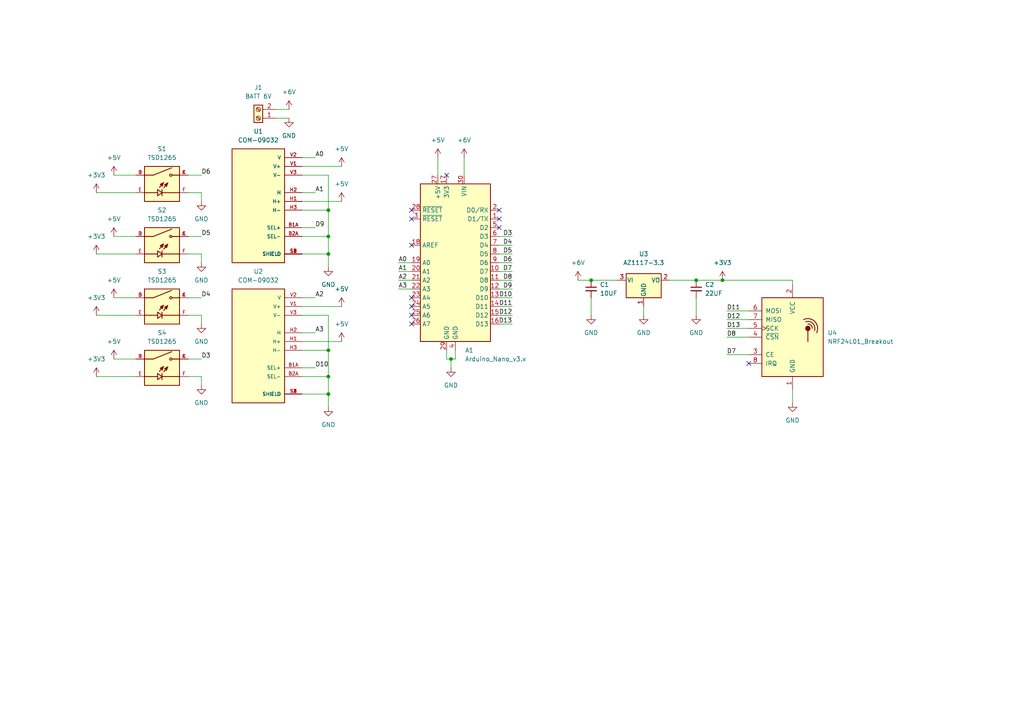
<source format=kicad_sch>
(kicad_sch (version 20211123) (generator eeschema)
  (paper "A4")
  (lib_symbols
    (symbol "COM-09032:COM-09032" (pin_names (offset 1.016))
      (property "Reference" "U" (at -7.62 16.002 0))
      (property "Value" "COM-09032" (at -7.62 -20.32 0))
      (symbol "COM-09032_0_0"
        (rectangle (start -7.62 -17.78) (end 7.62 15.24) (stroke (width 0.254)) (fill (type background)))
        (pin passive line (at -12.7 -7.62 0) (length 5.08) (name "SEL+") (number "B1A"))
        (pin passive line (at -12.7 -10.16 0) (length 5.08) (name "SEL-") (number "B2A"))
        (pin passive line (at -12.7 0 0) (length 5.08) (name "H+") (number "H1"))
        (pin passive line (at -12.7 2.54 0) (length 5.08) (name "H") (number "H2"))
        (pin passive line (at -12.7 -2.54 0) (length 5.08) (name "H-") (number "H3"))
        (pin passive line (at -12.7 -15.24 0) (length 5.08) (name "SHIELD") (number "S1"))
        (pin passive line (at -12.7 -15.24 0) (length 5.08) (name "SHIELD") (number "S2"))
        (pin passive line (at -12.7 -15.24 0) (length 5.08) (name "SHIELD") (number "S3"))
        (pin passive line (at -12.7 -15.24 0) (length 5.08) (name "SHIELD") (number "S4"))
        (pin passive line (at -12.7 10.16 0) (length 5.08) (name "V+") (number "V1"))
        (pin passive line (at -12.7 12.7 0) (length 5.08) (name "V") (number "V2"))
        (pin passive line (at -12.7 7.62 0) (length 5.08) (name "V-") (number "V3"))
      )
    )
    (symbol "Connector:Screw_Terminal_01x02" (pin_names (offset 1.016) hide)
      (property "Reference" "J" (at 0 2.54 0))
      (property "Value" "Screw_Terminal_01x02" (at 0 -5.08 0))
      (symbol "Screw_Terminal_01x02_1_1"
        (rectangle (start -1.27 1.27) (end 1.27 -3.81) (stroke (width 0.254)) (fill (type background)))
        (circle (center 0 -2.54) (radius 0.635) (stroke (width 0.1524)))
        (polyline (pts (xy -0.5334 -2.2098) (xy 0.3302 -3.048)) (stroke (width 0.1524)))
        (polyline (pts (xy -0.5334 0.3302) (xy 0.3302 -0.508)) (stroke (width 0.1524)))
        (polyline (pts (xy -0.3556 -2.032) (xy 0.508 -2.8702)) (stroke (width 0.1524)))
        (polyline (pts (xy -0.3556 0.508) (xy 0.508 -0.3302)) (stroke (width 0.1524)))
        (circle (center 0 0) (radius 0.635) (stroke (width 0.1524)))
        (pin passive line (at -5.08 0 0) (length 3.81) (name "Pin_1") (number "1"))
        (pin passive line (at -5.08 -2.54 0) (length 3.81) (name "Pin_2") (number "2"))
      )
    )
    (symbol "Device:C_Small" (pin_numbers hide) (pin_names (offset 0.254) hide)
      (property "Reference" "C" (at 0.254 1.778 0))
      (property "Value" "C_Small" (at 0.254 -2.032 0))
      (symbol "C_Small_0_1"
        (polyline (pts (xy -1.524 -0.508) (xy 1.524 -0.508)) (stroke (width 0.3302)))
        (polyline (pts (xy -1.524 0.508) (xy 1.524 0.508)) (stroke (width 0.3048)))
      )
      (symbol "C_Small_1_1"
        (pin passive line (at 0 2.54 270) (length 2.032) (name "~") (number "1"))
        (pin passive line (at 0 -2.54 90) (length 2.032) (name "~") (number "2"))
      )
    )
    (symbol "MCU_Module:Arduino_Nano_v3.x"
      (property "Reference" "A" (at -10.16 23.495 0))
      (property "Value" "Arduino_Nano_v3.x" (at 5.08 -24.13 0))
      (symbol "Arduino_Nano_v3.x_0_1"
        (rectangle (start -10.16 22.86) (end 10.16 -22.86) (stroke (width 0.254)) (fill (type background)))
      )
      (symbol "Arduino_Nano_v3.x_1_1"
        (pin bidirectional line (at -12.7 12.7 0) (length 2.54) (name "D1/TX") (number "1"))
        (pin bidirectional line (at -12.7 -2.54 0) (length 2.54) (name "D7") (number "10"))
        (pin bidirectional line (at -12.7 -5.08 0) (length 2.54) (name "D8") (number "11"))
        (pin bidirectional line (at -12.7 -7.62 0) (length 2.54) (name "D9") (number "12"))
        (pin bidirectional line (at -12.7 -10.16 0) (length 2.54) (name "D10") (number "13"))
        (pin bidirectional line (at -12.7 -12.7 0) (length 2.54) (name "D11") (number "14"))
        (pin bidirectional line (at -12.7 -15.24 0) (length 2.54) (name "D12") (number "15"))
        (pin bidirectional line (at -12.7 -17.78 0) (length 2.54) (name "D13") (number "16"))
        (pin power_out line (at 2.54 25.4 270) (length 2.54) (name "3V3") (number "17"))
        (pin input line (at 12.7 5.08 180) (length 2.54) (name "AREF") (number "18"))
        (pin bidirectional line (at 12.7 0 180) (length 2.54) (name "A0") (number "19"))
        (pin bidirectional line (at -12.7 15.24 0) (length 2.54) (name "D0/RX") (number "2"))
        (pin bidirectional line (at 12.7 -2.54 180) (length 2.54) (name "A1") (number "20"))
        (pin bidirectional line (at 12.7 -5.08 180) (length 2.54) (name "A2") (number "21"))
        (pin bidirectional line (at 12.7 -7.62 180) (length 2.54) (name "A3") (number "22"))
        (pin bidirectional line (at 12.7 -10.16 180) (length 2.54) (name "A4") (number "23"))
        (pin bidirectional line (at 12.7 -12.7 180) (length 2.54) (name "A5") (number "24"))
        (pin bidirectional line (at 12.7 -15.24 180) (length 2.54) (name "A6") (number "25"))
        (pin bidirectional line (at 12.7 -17.78 180) (length 2.54) (name "A7") (number "26"))
        (pin power_out line (at 5.08 25.4 270) (length 2.54) (name "+5V") (number "27"))
        (pin input line (at 12.7 15.24 180) (length 2.54) (name "~{RESET}") (number "28"))
        (pin power_in line (at 2.54 -25.4 90) (length 2.54) (name "GND") (number "29"))
        (pin input line (at 12.7 12.7 180) (length 2.54) (name "~{RESET}") (number "3"))
        (pin power_in line (at -2.54 25.4 270) (length 2.54) (name "VIN") (number "30"))
        (pin power_in line (at 0 -25.4 90) (length 2.54) (name "GND") (number "4"))
        (pin bidirectional line (at -12.7 10.16 0) (length 2.54) (name "D2") (number "5"))
        (pin bidirectional line (at -12.7 7.62 0) (length 2.54) (name "D3") (number "6"))
        (pin bidirectional line (at -12.7 5.08 0) (length 2.54) (name "D4") (number "7"))
        (pin bidirectional line (at -12.7 2.54 0) (length 2.54) (name "D5") (number "8"))
        (pin bidirectional line (at -12.7 0 0) (length 2.54) (name "D6") (number "9"))
      )
    )
    (symbol "RF:NRF24L01_Breakout" (pin_names (offset 1.016))
      (property "Reference" "U" (at -8.89 12.7 0))
      (property "Value" "NRF24L01_Breakout" (at 3.81 12.7 0))
      (symbol "NRF24L01_Breakout_0_1"
        (rectangle (start -8.89 11.43) (end 8.89 -11.43) (stroke (width 0.254)) (fill (type background)))
        (polyline (pts (xy 4.445 1.905) (xy 4.445 -1.27)) (stroke (width 0.254)))
        (circle (center 4.445 2.54) (radius 0.635) (stroke (width 0.254)) (fill (type outline)))
        (arc (start 5.715 2.54) (mid 5.3521 3.4546) (end 4.445 3.81) (stroke (width 0.254)))
        (arc (start 6.35 1.905) (mid 5.8763 3.9854) (end 3.81 4.445) (stroke (width 0.254)))
        (arc (start 6.985 1.27) (mid 6.453 4.548) (end 3.175 5.08) (stroke (width 0.254)))
      )
      (symbol "NRF24L01_Breakout_1_1"
        (pin power_in line (at 0 -15.24 90) (length 3.81) (name "GND") (number "1"))
        (pin power_in line (at 0 15.24 270) (length 3.81) (name "VCC") (number "2"))
        (pin input line (at -12.7 -5.08 0) (length 3.81) (name "CE") (number "3"))
        (pin input line (at -12.7 0 0) (length 3.81) (name "~{CSN}") (number "4"))
        (pin input clock (at -12.7 2.54 0) (length 3.81) (name "SCK") (number "5"))
        (pin input line (at -12.7 7.62 0) (length 3.81) (name "MOSI") (number "6"))
        (pin output line (at -12.7 5.08 0) (length 3.81) (name "MISO") (number "7"))
        (pin output line (at -12.7 -7.62 0) (length 3.81) (name "IRQ") (number "8"))
      )
    )
    (symbol "Regulator_Linear:AZ1117-3.3" (pin_names (offset 0.254))
      (property "Reference" "U" (at -3.81 3.175 0))
      (property "Value" "AZ1117-3.3" (at 0 3.175 0))
      (symbol "AZ1117-3.3_0_1"
        (rectangle (start -5.08 1.905) (end 5.08 -5.08) (stroke (width 0.254)) (fill (type background)))
      )
      (symbol "AZ1117-3.3_1_1"
        (pin power_in line (at 0 -7.62 90) (length 2.54) (name "GND") (number "1"))
        (pin power_out line (at 7.62 0 180) (length 2.54) (name "VO") (number "2"))
        (pin power_in line (at -7.62 0 0) (length 2.54) (name "VI") (number "3"))
      )
    )
    (symbol "TSD1265:TSD1265" (pin_names (offset 1.016))
      (property "Reference" "S" (at -5.08 6.35 0))
      (property "Value" "TSD1265" (at -5.08 -7.62 0))
      (symbol "TSD1265_0_0"
        (rectangle (start -5.08 -5.08) (end 5.08 5.08) (stroke (width 0.254)) (fill (type background)))
        (polyline (pts (xy -2.54 2.54) (xy -5.08 2.54)) (stroke (width 0.254)))
        (polyline (pts (xy -2.54 2.54) (xy 2.794 4.6736)) (stroke (width 0.254)))
        (polyline (pts (xy -1.27 -3.429) (xy 0 -2.54)) (stroke (width 0.254)))
        (polyline (pts (xy -1.27 -2.54) (xy -5.08 -2.54)) (stroke (width 0.254)))
        (polyline (pts (xy -1.27 -2.54) (xy -1.27 -3.429)) (stroke (width 0.254)))
        (polyline (pts (xy -1.27 -1.651) (xy -1.27 -2.54)) (stroke (width 0.254)))
        (polyline (pts (xy -0.4826 -0.127) (xy 0.4064 0.3556)) (stroke (width 0.254)))
        (polyline (pts (xy -0.3048 -0.2032) (xy -0.0762 -0.0508)) (stroke (width 0.254)))
        (polyline (pts (xy 0 -2.54) (xy -1.27 -1.651)) (stroke (width 0.254)))
        (polyline (pts (xy 0 -2.54) (xy 0 -3.429)) (stroke (width 0.254)))
        (polyline (pts (xy 0 -2.54) (xy 5.08 -2.54)) (stroke (width 0.254)))
        (polyline (pts (xy 0 -1.651) (xy 0 -2.54)) (stroke (width 0.254)))
        (polyline (pts (xy 0.0762 -0.6096) (xy -0.4826 -0.127)) (stroke (width 0.254)))
        (polyline (pts (xy 0.0762 -0.6096) (xy 0.1016 0.127)) (stroke (width 0.254)))
        (polyline (pts (xy 0.1016 0.127) (xy -0.0254 0.127)) (stroke (width 0.254)))
        (polyline (pts (xy 0.4064 0.3556) (xy -0.7366 -1.0414)) (stroke (width 0.254)))
        (polyline (pts (xy 0.4064 0.3556) (xy 0.0762 -0.6096)) (stroke (width 0.254)))
        (polyline (pts (xy 0.762 -0.2286) (xy 1.651 0.254)) (stroke (width 0.254)))
        (polyline (pts (xy 0.9398 -0.3048) (xy 1.1684 -0.1524)) (stroke (width 0.254)))
        (polyline (pts (xy 1.3208 -0.7112) (xy 0.762 -0.2286)) (stroke (width 0.254)))
        (polyline (pts (xy 1.3208 -0.7112) (xy 1.3462 0.0254)) (stroke (width 0.254)))
        (polyline (pts (xy 1.3462 0.0254) (xy 1.2192 0.0254)) (stroke (width 0.254)))
        (polyline (pts (xy 1.651 0.254) (xy 0.508 -1.143)) (stroke (width 0.254)))
        (polyline (pts (xy 1.651 0.254) (xy 1.3208 -0.7112)) (stroke (width 0.254)))
        (polyline (pts (xy 5.08 2.54) (xy 2.921 2.54)) (stroke (width 0.254)))
        (circle (center 2.54 2.54) (radius 0.3302) (stroke (width 0.254)))
        (pin passive line (at 7.62 2.54 180) (length 2.54) (name "~") (number "A"))
        (pin passive line (at -7.62 2.54 0) (length 2.54) (name "~") (number "B"))
        (pin passive line (at 7.62 2.54 180) (length 2.54) (name "~") (number "C"))
        (pin passive line (at -7.62 2.54 0) (length 2.54) (name "~") (number "D"))
        (pin passive line (at -7.62 -2.54 0) (length 2.54) (name "~") (number "E"))
        (pin passive line (at 7.62 -2.54 180) (length 2.54) (name "~") (number "F"))
      )
    )
    (symbol "power:+3V3" (power) (pin_names (offset 0))
      (property "Value" "+3V3" (at 0 3.556 0))
      (symbol "+3V3_0_1"
        (polyline (pts (xy -0.762 1.27) (xy 0 2.54)))
        (polyline (pts (xy 0 0) (xy 0 2.54)))
        (polyline (pts (xy 0 2.54) (xy 0.762 1.27)))
      )
      (symbol "+3V3_1_1"
        (pin power_in line (at 0 0 90) (length 0) hide (name "+3V3") (number "1"))
      )
    )
    (symbol "power:+5V" (power) (pin_names (offset 0))
      (property "Value" "+5V" (at 0 3.556 0))
      (symbol "+5V_0_1"
        (polyline (pts (xy -0.762 1.27) (xy 0 2.54)))
        (polyline (pts (xy 0 0) (xy 0 2.54)))
        (polyline (pts (xy 0 2.54) (xy 0.762 1.27)))
      )
      (symbol "+5V_1_1"
        (pin power_in line (at 0 0 90) (length 0) hide (name "+5V") (number "1"))
      )
    )
    (symbol "power:+6V" (power) (pin_names (offset 0))
      (property "Value" "+6V" (at 0 3.556 0))
      (symbol "+6V_0_1"
        (polyline (pts (xy -0.762 1.27) (xy 0 2.54)))
        (polyline (pts (xy 0 0) (xy 0 2.54)))
        (polyline (pts (xy 0 2.54) (xy 0.762 1.27)))
      )
      (symbol "+6V_1_1"
        (pin power_in line (at 0 0 90) (length 0) hide (name "+6V") (number "1"))
      )
    )
    (symbol "power:GND" (power) (pin_names (offset 0))
      (property "Value" "GND" (at 0 -3.81 0))
      (symbol "GND_0_1"
        (polyline (pts (xy 0 0) (xy 0 -1.27) (xy 1.27 -1.27) (xy 0 -2.54) (xy -1.27 -1.27) (xy 0 -1.27)))
      )
      (symbol "GND_1_1"
        (pin power_in line (at 0 0 270) (length 0) hide (name "GND") (number "1"))
      )
    )
  )
  (junction (at 95.25 68.58))
  (junction (at 209.55 81.28))
  (junction (at 201.93 81.28))
  (junction (at 95.25 109.22))
  (junction (at 95.25 101.6))
  (junction (at 130.81 104.14))
  (junction (at 95.25 60.96))
  (junction (at 95.25 114.3))
  (junction (at 171.45 81.28))
  (junction (at 95.25 73.66))
  (no_connect (at 119.38 86.36))
  (no_connect (at 119.38 91.44))
  (no_connect (at 119.38 63.5))
  (no_connect (at 119.38 93.98))
  (no_connect (at 144.78 63.5))
  (no_connect (at 119.38 60.96))
  (no_connect (at 129.54 50.8))
  (no_connect (at 217.17 105.41))
  (no_connect (at 119.38 88.9))
  (no_connect (at 144.78 66.04))
  (no_connect (at 119.38 71.12))
  (no_connect (at 144.78 60.96))
  (wire (pts (xy 87.63 45.72) (xy 91.44 45.72)))
  (wire (pts (xy 144.78 83.82) (xy 148.59 83.82)))
  (wire (pts (xy 129.54 101.6) (xy 129.54 104.14)))
  (wire (pts (xy 80.01 31.75) (xy 83.82 31.75)))
  (wire (pts (xy 95.25 101.6) (xy 95.25 109.22)))
  (wire (pts (xy 87.63 88.9) (xy 99.06 88.9)))
  (wire (pts (xy 87.63 48.26) (xy 99.06 48.26)))
  (wire (pts (xy 144.78 78.74) (xy 148.59 78.74)))
  (wire (pts (xy 58.42 91.44) (xy 58.42 93.98)))
  (wire (pts (xy 95.25 109.22) (xy 95.25 114.3)))
  (wire (pts (xy 87.63 68.58) (xy 95.25 68.58)))
  (wire (pts (xy 144.78 68.58) (xy 148.59 68.58)))
  (wire (pts (xy 171.45 81.28) (xy 167.64 81.28)))
  (wire (pts (xy 144.78 71.12) (xy 148.59 71.12)))
  (wire (pts (xy 115.57 78.74) (xy 119.38 78.74)))
  (wire (pts (xy 39.37 104.14) (xy 33.02 104.14)))
  (wire (pts (xy 87.63 109.22) (xy 95.25 109.22)))
  (wire (pts (xy 87.63 60.96) (xy 95.25 60.96)))
  (wire (pts (xy 210.82 102.87) (xy 217.17 102.87)))
  (wire (pts (xy 87.63 55.88) (xy 91.44 55.88)))
  (wire (pts (xy 39.37 109.22) (xy 27.94 109.22)))
  (wire (pts (xy 54.61 73.66) (xy 58.42 73.66)))
  (wire (pts (xy 54.61 50.8) (xy 58.42 50.8)))
  (wire (pts (xy 144.78 81.28) (xy 148.59 81.28)))
  (wire (pts (xy 87.63 66.04) (xy 91.44 66.04)))
  (wire (pts (xy 144.78 76.2) (xy 148.59 76.2)))
  (wire (pts (xy 95.25 114.3) (xy 95.25 118.11)))
  (wire (pts (xy 115.57 76.2) (xy 119.38 76.2)))
  (wire (pts (xy 130.81 104.14) (xy 130.81 106.68)))
  (wire (pts (xy 87.63 106.68) (xy 91.44 106.68)))
  (wire (pts (xy 132.08 101.6) (xy 132.08 104.14)))
  (wire (pts (xy 87.63 50.8) (xy 95.25 50.8)))
  (wire (pts (xy 127 45.72) (xy 127 50.8)))
  (wire (pts (xy 87.63 58.42) (xy 99.06 58.42)))
  (wire (pts (xy 39.37 55.88) (xy 27.94 55.88)))
  (wire (pts (xy 229.87 81.28) (xy 229.87 82.55)))
  (wire (pts (xy 209.55 81.28) (xy 229.87 81.28)))
  (wire (pts (xy 171.45 86.36) (xy 171.45 91.44)))
  (wire (pts (xy 134.62 45.72) (xy 134.62 50.8)))
  (wire (pts (xy 144.78 86.36) (xy 148.59 86.36)))
  (wire (pts (xy 210.82 92.71) (xy 217.17 92.71)))
  (wire (pts (xy 87.63 99.06) (xy 99.06 99.06)))
  (wire (pts (xy 95.25 68.58) (xy 95.25 73.66)))
  (wire (pts (xy 87.63 73.66) (xy 95.25 73.66)))
  (wire (pts (xy 39.37 86.36) (xy 33.02 86.36)))
  (wire (pts (xy 115.57 81.28) (xy 119.38 81.28)))
  (wire (pts (xy 171.45 81.28) (xy 179.07 81.28)))
  (wire (pts (xy 87.63 86.36) (xy 91.44 86.36)))
  (wire (pts (xy 186.69 88.9) (xy 186.69 91.44)))
  (wire (pts (xy 39.37 91.44) (xy 27.94 91.44)))
  (wire (pts (xy 144.78 91.44) (xy 148.59 91.44)))
  (wire (pts (xy 210.82 97.79) (xy 217.17 97.79)))
  (wire (pts (xy 39.37 73.66) (xy 27.94 73.66)))
  (wire (pts (xy 194.31 81.28) (xy 201.93 81.28)))
  (wire (pts (xy 80.01 34.29) (xy 83.82 34.29)))
  (wire (pts (xy 54.61 68.58) (xy 58.42 68.58)))
  (wire (pts (xy 54.61 104.14) (xy 58.42 104.14)))
  (wire (pts (xy 54.61 86.36) (xy 58.42 86.36)))
  (wire (pts (xy 58.42 109.22) (xy 58.42 111.76)))
  (wire (pts (xy 115.57 83.82) (xy 119.38 83.82)))
  (wire (pts (xy 201.93 81.28) (xy 209.55 81.28)))
  (wire (pts (xy 95.25 50.8) (xy 95.25 60.96)))
  (wire (pts (xy 87.63 101.6) (xy 95.25 101.6)))
  (wire (pts (xy 144.78 73.66) (xy 148.59 73.66)))
  (wire (pts (xy 201.93 86.36) (xy 201.93 91.44)))
  (wire (pts (xy 210.82 90.17) (xy 217.17 90.17)))
  (wire (pts (xy 144.78 93.98) (xy 148.59 93.98)))
  (wire (pts (xy 87.63 96.52) (xy 91.44 96.52)))
  (wire (pts (xy 210.82 95.25) (xy 217.17 95.25)))
  (wire (pts (xy 229.87 113.03) (xy 229.87 116.84)))
  (wire (pts (xy 58.42 55.88) (xy 58.42 58.42)))
  (wire (pts (xy 54.61 91.44) (xy 58.42 91.44)))
  (wire (pts (xy 129.54 104.14) (xy 130.81 104.14)))
  (wire (pts (xy 54.61 109.22) (xy 58.42 109.22)))
  (wire (pts (xy 87.63 114.3) (xy 95.25 114.3)))
  (wire (pts (xy 58.42 73.66) (xy 58.42 76.2)))
  (wire (pts (xy 87.63 91.44) (xy 95.25 91.44)))
  (wire (pts (xy 39.37 68.58) (xy 33.02 68.58)))
  (wire (pts (xy 54.61 55.88) (xy 58.42 55.88)))
  (wire (pts (xy 95.25 91.44) (xy 95.25 101.6)))
  (wire (pts (xy 39.37 50.8) (xy 33.02 50.8)))
  (wire (pts (xy 144.78 88.9) (xy 148.59 88.9)))
  (wire (pts (xy 95.25 73.66) (xy 95.25 77.47)))
  (wire (pts (xy 95.25 60.96) (xy 95.25 68.58)))
  (wire (pts (xy 130.81 104.14) (xy 132.08 104.14)))
  (label "D10" (at 91.44 106.68 0))
  (label "D4" (at 58.42 86.36 0))
  (label "D11" (at 148.59 88.9 180))
  (label "A0" (at 115.57 76.2 0))
  (label "D7" (at 210.82 102.87 0))
  (label "D6" (at 58.42 50.8 0))
  (label "D3" (at 58.42 104.14 0))
  (label "D12" (at 210.82 92.71 0))
  (label "D5" (at 148.59 73.66 180))
  (label "A3" (at 115.57 83.82 0))
  (label "D6" (at 148.59 76.2 180))
  (label "D12" (at 148.59 91.44 180))
  (label "D3" (at 148.59 68.58 180))
  (label "D4" (at 148.59 71.12 180))
  (label "A1" (at 115.57 78.74 0))
  (label "A2" (at 115.57 81.28 0))
  (label "D5" (at 58.42 68.58 0))
  (label "D8" (at 210.82 97.79 0))
  (label "D11" (at 210.82 90.17 0))
  (label "A3" (at 91.44 96.52 0))
  (label "A1" (at 91.44 55.88 0))
  (label "D10" (at 148.59 86.36 180))
  (label "D9" (at 91.44 66.04 0))
  (label "D8" (at 148.59 81.28 180))
  (label "D13" (at 210.82 95.25 0))
  (label "D13" (at 148.5464 93.98 180))
  (label "A0" (at 91.44 45.72 0))
  (label "D7" (at 148.5464 78.74 180))
  (label "D9" (at 148.59 83.82 180))
  (label "A2" (at 91.44 86.36 0))
  (symbol (lib_id "power:+3V3") (at 27.94 91.44 0) (unit 1)
    (property "Reference" "#PWR03" (effects hide))
    (property "Value" "+3V3" (at 27.94 86.36 0))
  )
  (symbol (lib_id "power:+5V") (at 99.06 48.26 0) (unit 1)
    (property "Reference" "#PWR017" (effects hide))
    (property "Value" "+5V" (at 99.06 43.18 0))
  )
  (symbol (lib_id "power:+5V") (at 99.06 88.9 0) (unit 1)
    (property "Reference" "#PWR019" (effects hide))
    (property "Value" "+5V" (at 99.06 83.82 0))
  )
  (symbol (lib_id "power:+3V3") (at 27.94 73.66 0) (unit 1)
    (property "Reference" "#PWR02" (effects hide))
    (property "Value" "+3V3" (at 27.94 68.58 0))
  )
  (symbol (lib_id "power:+5V") (at 33.02 86.36 0) (unit 1)
    (property "Reference" "#PWR07" (effects hide))
    (property "Value" "+5V" (at 33.02 81.28 0))
  )
  (symbol (lib_id "Regulator_Linear:AZ1117-3.3") (at 186.69 81.28 0) (unit 1)
    (property "Reference" "U3" (at 186.69 73.66 0))
    (property "Value" "AZ1117-3.3" (at 186.69 76.2 0))
    (property "Footprint" "Package_TO_SOT_SMD:SOT-89-3_Handsoldering" (effects hide))
    (property "Datasheet" "https://www.diodes.com/assets/Datasheets/AZ1117.pdf" (effects hide))
  )
  (symbol (lib_id "Device:C_Small") (at 171.45 83.82 0) (unit 1)
    (property "Reference" "C1" (at 173.99 82.5562 0) (effects (justify left)))
    (property "Value" "10UF" (at 173.99 85.0962 0) (effects (justify left)))
    (property "Footprint" "Capacitor_SMD:C_0805_2012Metric_Pad1.18x1.45mm_HandSolder" (effects hide))
  )
  (symbol (lib_id "MCU_Module:Arduino_Nano_v3.x") (at 132.08 76.2 0) (mirror y) (unit 1)
    (property "Reference" "A1" (at 134.8487 101.6 0) (effects (justify right)))
    (property "Value" "Arduino_Nano_v3.x" (at 134.8487 104.14 0) (effects (justify right)))
    (property "Footprint" "Module:Arduino_Nano" (effects hide))
    (property "Datasheet" "http://www.mouser.com/pdfdocs/Gravitech_Arduino_Nano3_0.pdf" (effects hide))
  )
  (symbol (lib_id "COM-09032:COM-09032") (at 74.93 58.42 0) (mirror y) (unit 1)
    (property "Reference" "U1" (at 74.93 38.1 0))
    (property "Value" "COM-09032" (at 74.93 40.64 0))
    (property "Footprint" "COM-09032:XDCR_COM-09032" (effects hide))
    (property "PARTREV" "N/A" (effects hide))
    (property "MANUFACTURER" "SparkFun Electronics" (effects hide))
    (property "STANDARD" "Manufacturer Recommendations" (effects hide))
    (property "MAXIMUM_PACKAGE_HEIGHT" "30.1mm" (effects hide))
  )
  (symbol (lib_id "power:GND") (at 83.82 34.29 0) (unit 1)
    (property "Reference" "#PWR014" (effects hide))
    (property "Value" "GND" (at 83.82 39.37 0))
  )
  (symbol (lib_id "power:+5V") (at 33.02 104.14 0) (unit 1)
    (property "Reference" "#PWR08" (effects hide))
    (property "Value" "+5V" (at 33.02 99.06 0))
  )
  (symbol (lib_id "power:GND") (at 201.93 91.44 0) (unit 1)
    (property "Reference" "#PWR0103" (effects hide))
    (property "Value" "GND" (at 201.93 96.52 0))
  )
  (symbol (lib_id "power:GND") (at 229.87 116.84 0) (unit 1)
    (property "Reference" "#PWR026" (effects hide))
    (property "Value" "GND" (at 229.87 121.92 0))
  )
  (symbol (lib_id "power:GND") (at 58.42 76.2 0) (unit 1)
    (property "Reference" "#PWR010" (effects hide))
    (property "Value" "GND" (at 58.42 81.28 0))
  )
  (symbol (lib_id "TSD1265:TSD1265") (at 46.99 53.34 0) (unit 1)
    (property "Reference" "S1" (at 46.99 43.18 0))
    (property "Value" "TSD1265" (at 46.99 45.72 0))
    (property "Footprint" "TSD1265:SW_TSD1265" (effects hide))
    (property "STANDARD" "Manufacturer Recommendations" (effects hide))
    (property "MAXIMUM_PACKAGE_HEIGHT" "6.5 mm" (effects hide))
    (property "MANUFACTURER" "Omten Electronics" (effects hide))
    (property "PARTREV" "N/A" (effects hide))
  )
  (symbol (lib_id "Device:C_Small") (at 201.93 83.82 0) (unit 1)
    (property "Reference" "C2" (at 204.47 82.5562 0) (effects (justify left)))
    (property "Value" "22UF" (at 204.47 85.0962 0) (effects (justify left)))
    (property "Footprint" "Capacitor_SMD:C_0805_2012Metric_Pad1.18x1.45mm_HandSolder" (effects hide))
  )
  (symbol (lib_id "power:+5V") (at 99.06 58.42 0) (unit 1)
    (property "Reference" "#PWR018" (effects hide))
    (property "Value" "+5V" (at 99.06 53.34 0))
  )
  (symbol (lib_id "power:+6V") (at 134.62 45.72 0) (unit 1)
    (property "Reference" "#PWR0101" (effects hide))
    (property "Value" "+6V" (at 134.62 40.64 0))
  )
  (symbol (lib_id "TSD1265:TSD1265") (at 46.99 88.9 0) (unit 1)
    (property "Reference" "S3" (at 46.99 78.74 0))
    (property "Value" "TSD1265" (at 46.99 81.28 0))
    (property "Footprint" "TSD1265:SW_TSD1265" (effects hide))
    (property "STANDARD" "Manufacturer Recommendations" (effects hide))
    (property "MAXIMUM_PACKAGE_HEIGHT" "6.5 mm" (effects hide))
    (property "MANUFACTURER" "Omten Electronics" (effects hide))
    (property "PARTREV" "N/A" (effects hide))
  )
  (symbol (lib_id "RF:NRF24L01_Breakout") (at 229.87 97.79 0) (unit 1)
    (property "Reference" "U4" (at 240.03 96.5199 0) (effects (justify left)))
    (property "Value" "NRF24L01_Breakout" (at 240.03 99.0599 0) (effects (justify left)))
    (property "Footprint" "RF_Module:nRF24L01_Breakout" (effects hide))
    (property "Datasheet" "http://www.nordicsemi.com/eng/content/download/2730/34105/file/nRF24L01_Product_Specification_v2_0.pdf" (effects hide))
  )
  (symbol (lib_id "power:GND") (at 58.42 58.42 0) (unit 1)
    (property "Reference" "#PWR09" (effects hide))
    (property "Value" "GND" (at 58.42 63.5 0))
  )
  (symbol (lib_id "Connector:Screw_Terminal_01x02") (at 74.93 34.29 180) (unit 1)
    (property "Reference" "J1" (at 74.93 25.4 0))
    (property "Value" "BATT 6V" (at 74.93 27.94 0))
    (property "Footprint" "TerminalBlock:TerminalBlock_bornier-2_P5.08mm" (effects hide))
  )
  (symbol (lib_id "power:+5V") (at 99.06 99.06 0) (unit 1)
    (property "Reference" "#PWR020" (effects hide))
    (property "Value" "+5V" (at 99.06 93.98 0))
  )
  (symbol (lib_id "power:+5V") (at 33.02 68.58 0) (unit 1)
    (property "Reference" "#PWR06" (effects hide))
    (property "Value" "+5V" (at 33.02 63.5 0))
  )
  (symbol (lib_id "power:GND") (at 186.69 91.44 0) (unit 1)
    (property "Reference" "#PWR024" (effects hide))
    (property "Value" "GND" (at 186.69 96.52 0))
  )
  (symbol (lib_id "power:GND") (at 58.42 111.76 0) (unit 1)
    (property "Reference" "#PWR012" (effects hide))
    (property "Value" "GND" (at 58.42 116.84 0))
  )
  (symbol (lib_id "TSD1265:TSD1265") (at 46.99 71.12 0) (unit 1)
    (property "Reference" "S2" (at 46.99 60.96 0))
    (property "Value" "TSD1265" (at 46.99 63.5 0))
    (property "Footprint" "TSD1265:SW_TSD1265" (effects hide))
    (property "STANDARD" "Manufacturer Recommendations" (effects hide))
    (property "MAXIMUM_PACKAGE_HEIGHT" "6.5 mm" (effects hide))
    (property "MANUFACTURER" "Omten Electronics" (effects hide))
    (property "PARTREV" "N/A" (effects hide))
  )
  (symbol (lib_id "TSD1265:TSD1265") (at 46.99 106.68 0) (unit 1)
    (property "Reference" "S4" (at 46.99 96.52 0))
    (property "Value" "TSD1265" (at 46.99 99.06 0))
    (property "Footprint" "TSD1265:SW_TSD1265" (effects hide))
    (property "STANDARD" "Manufacturer Recommendations" (effects hide))
    (property "MAXIMUM_PACKAGE_HEIGHT" "6.5 mm" (effects hide))
    (property "MANUFACTURER" "Omten Electronics" (effects hide))
    (property "PARTREV" "N/A" (effects hide))
  )
  (symbol (lib_id "power:+3V3") (at 209.55 81.28 0) (unit 1)
    (property "Reference" "#PWR025" (effects hide))
    (property "Value" "+3V3" (at 209.55 76.2 0))
  )
  (symbol (lib_id "power:+6V") (at 83.82 31.75 0) (unit 1)
    (property "Reference" "#PWR013" (effects hide))
    (property "Value" "+6V" (at 83.82 26.67 0))
  )
  (symbol (lib_id "power:GND") (at 95.25 118.11 0) (unit 1)
    (property "Reference" "#PWR016" (effects hide))
    (property "Value" "GND" (at 95.25 123.19 0))
  )
  (symbol (lib_id "power:GND") (at 130.81 106.68 0) (unit 1)
    (property "Reference" "#PWR022" (effects hide))
    (property "Value" "GND" (at 130.81 111.76 0))
  )
  (symbol (lib_id "power:+5V") (at 33.02 50.8 0) (unit 1)
    (property "Reference" "#PWR05" (effects hide))
    (property "Value" "+5V" (at 33.02 45.72 0))
  )
  (symbol (lib_id "power:+5V") (at 127 45.72 0) (unit 1)
    (property "Reference" "#PWR021" (effects hide))
    (property "Value" "+5V" (at 127 40.64 0))
  )
  (symbol (lib_id "COM-09032:COM-09032") (at 74.93 99.06 0) (mirror y) (unit 1)
    (property "Reference" "U2" (at 74.93 78.74 0))
    (property "Value" "COM-09032" (at 74.93 81.28 0))
    (property "Footprint" "COM-09032:XDCR_COM-09032" (effects hide))
    (property "PARTREV" "N/A" (effects hide))
    (property "MANUFACTURER" "SparkFun Electronics" (effects hide))
    (property "STANDARD" "Manufacturer Recommendations" (effects hide))
    (property "MAXIMUM_PACKAGE_HEIGHT" "30.1mm" (effects hide))
  )
  (symbol (lib_id "power:+6V") (at 167.64 81.28 0) (unit 1)
    (property "Reference" "#PWR023" (effects hide))
    (property "Value" "+6V" (at 167.64 76.2 0))
  )
  (symbol (lib_id "power:GND") (at 58.42 93.98 0) (unit 1)
    (property "Reference" "#PWR011" (effects hide))
    (property "Value" "GND" (at 58.42 99.06 0))
  )
  (symbol (lib_id "power:GND") (at 171.45 91.44 0) (unit 1)
    (property "Reference" "#PWR0102" (effects hide))
    (property "Value" "GND" (at 171.45 96.52 0))
  )
  (symbol (lib_id "power:+3V3") (at 27.94 55.88 0) (unit 1)
    (property "Reference" "#PWR01" (effects hide))
    (property "Value" "+3V3" (at 27.94 50.8 0))
  )
  (symbol (lib_id "power:GND") (at 95.25 77.47 0) (unit 1)
    (property "Reference" "#PWR015" (effects hide))
    (property "Value" "GND" (at 95.25 82.55 0))
  )
  (symbol (lib_id "power:+3V3") (at 27.94 109.22 0) (unit 1)
    (property "Reference" "#PWR04" (effects hide))
    (property "Value" "+3V3" (at 27.94 104.14 0))
  )
)
</source>
